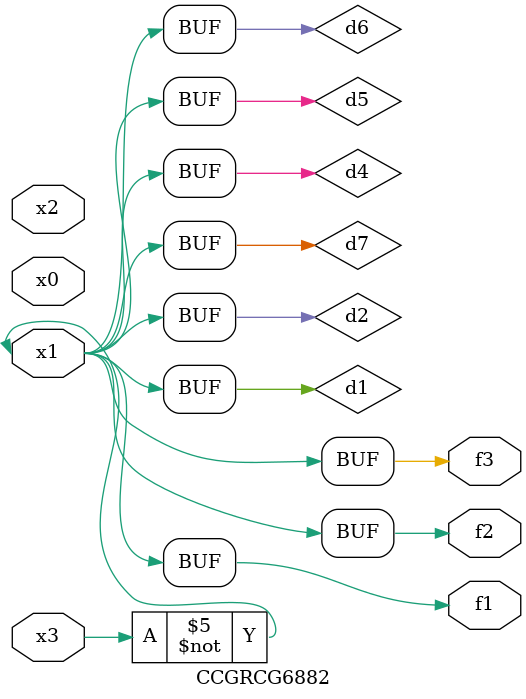
<source format=v>
module CCGRCG6882(
	input x0, x1, x2, x3,
	output f1, f2, f3
);

	wire d1, d2, d3, d4, d5, d6, d7;

	not (d1, x3);
	buf (d2, x1);
	xnor (d3, d1, d2);
	nor (d4, d1);
	buf (d5, d1, d2);
	buf (d6, d4, d5);
	nand (d7, d4);
	assign f1 = d6;
	assign f2 = d7;
	assign f3 = d6;
endmodule

</source>
